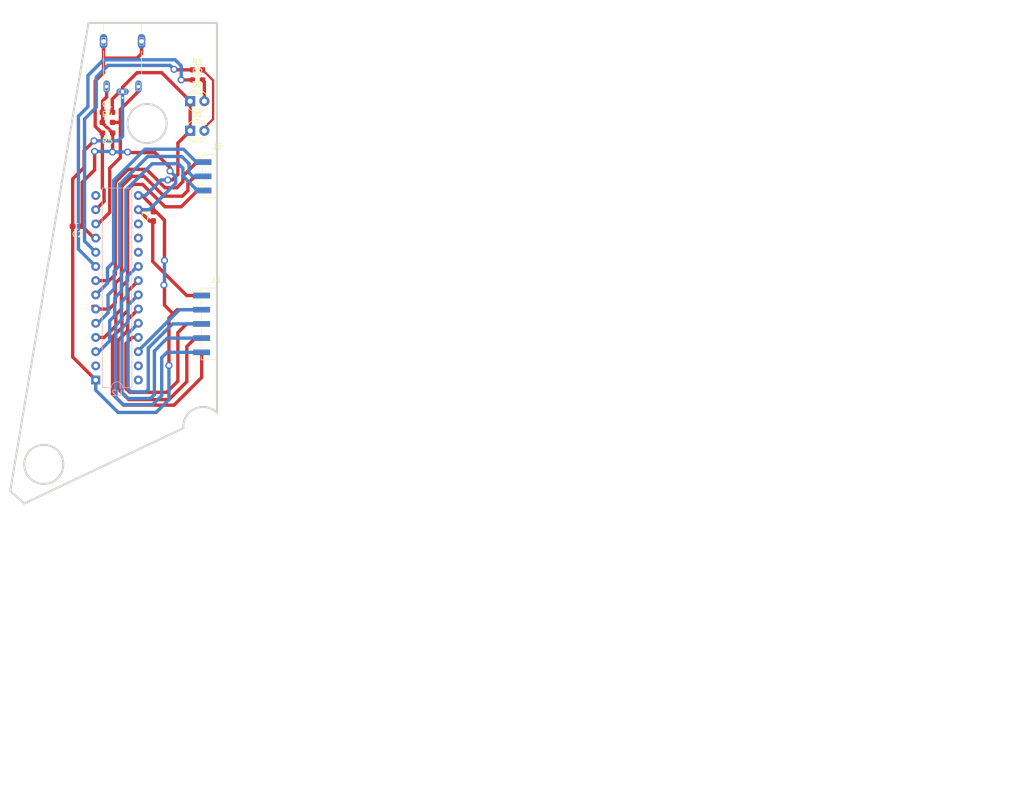
<source format=kicad_pcb>
(kicad_pcb (version 20171130) (host pcbnew 5.1.9)

  (general
    (thickness 1.6002)
    (drawings 32)
    (tracks 278)
    (zones 0)
    (modules 13)
    (nets 22)
  )

  (page A4)
  (layers
    (0 Front signal)
    (31 Back signal)
    (32 B.Adhes user)
    (33 F.Adhes user)
    (34 B.Paste user)
    (35 F.Paste user)
    (36 B.SilkS user)
    (37 F.SilkS user)
    (38 B.Mask user)
    (39 F.Mask user)
    (40 Dwgs.User user)
    (41 Cmts.User user)
    (42 Eco1.User user)
    (43 Eco2.User user)
    (44 Edge.Cuts user)
    (45 Margin user)
    (46 B.CrtYd user)
    (47 F.CrtYd user)
    (48 B.Fab user)
    (49 F.Fab user)
  )

  (setup
    (last_trace_width 0.6)
    (user_trace_width 0.03302)
    (user_trace_width 0.1524)
    (user_trace_width 0.2032)
    (user_trace_width 0.254)
    (user_trace_width 0.3048)
    (user_trace_width 0.4064)
    (user_trace_width 0.508)
    (user_trace_width 0.6096)
    (trace_clearance 0.3048)
    (zone_clearance 0.508)
    (zone_45_only yes)
    (trace_min 0.0254)
    (via_size 0.6096)
    (via_drill 0.508)
    (via_min_size 0.4064)
    (via_min_drill 0.2032)
    (user_via 0.6096 0.3048)
    (user_via 0.8128 0.508)
    (user_via 1.27 0.762)
    (user_via 1.651 0.9906)
    (uvia_size 0.508)
    (uvia_drill 0.127)
    (uvias_allowed no)
    (uvia_min_size 0.508)
    (uvia_min_drill 0.127)
    (edge_width 0.381)
    (segment_width 0.3048)
    (pcb_text_width 0.3048)
    (pcb_text_size 1.524 2.032)
    (mod_edge_width 0.6096)
    (mod_text_size 1.524 1.524)
    (mod_text_width 0.3048)
    (pad_size 0.8 0.8)
    (pad_drill 0.5)
    (pad_to_mask_clearance 0.2032)
    (aux_axis_origin 0 0)
    (grid_origin 151 43.75)
    (visible_elements 7FFFFF7F)
    (pcbplotparams
      (layerselection 0x01fff_ffffffff)
      (usegerberextensions true)
      (usegerberattributes true)
      (usegerberadvancedattributes true)
      (creategerberjobfile true)
      (excludeedgelayer true)
      (linewidth 0.150000)
      (plotframeref false)
      (viasonmask false)
      (mode 1)
      (useauxorigin false)
      (hpglpennumber 1)
      (hpglpenspeed 20)
      (hpglpendiameter 100.000000)
      (psnegative false)
      (psa4output false)
      (plotreference true)
      (plotvalue true)
      (plotinvisibletext false)
      (padsonsilk false)
      (subtractmaskfromsilk false)
      (outputformat 1)
      (mirror false)
      (drillshape 0)
      (scaleselection 1)
      (outputdirectory "gerber/"))
  )

  (net 0 "")
  (net 1 /LED_A)
  (net 2 /LED_B)
  (net 3 /ROW0)
  (net 4 /ROW1)
  (net 5 /ROW2)
  (net 6 /ROW3)
  (net 7 /ROW4)
  (net 8 /ROW5)
  (net 9 GND)
  (net 10 VCC)
  (net 11 "Net-(D1-Pad2)")
  (net 12 "Net-(D2-Pad2)")
  (net 13 /SCL)
  (net 14 /SDA)
  (net 15 /COL0_13)
  (net 16 /COL1_12)
  (net 17 /COL2_11)
  (net 18 /COL3_10)
  (net 19 /COL4_9)
  (net 20 /COL5_8)
  (net 21 /COL6_7)

  (net_class Default "This is the default net class."
    (clearance 0.3048)
    (trace_width 0.6)
    (via_dia 0.6096)
    (via_drill 0.508)
    (uvia_dia 0.508)
    (uvia_drill 0.127)
    (add_net /COL0_13)
    (add_net /COL1_12)
    (add_net /COL2_11)
    (add_net /COL3_10)
    (add_net /COL4_9)
    (add_net /COL5_8)
    (add_net /COL6_7)
    (add_net /LED_A)
    (add_net /LED_B)
    (add_net /LED_GPIO)
    (add_net /ROW0)
    (add_net /ROW1)
    (add_net /ROW2)
    (add_net /ROW3)
    (add_net /ROW4)
    (add_net /ROW5)
    (add_net /SCL)
    (add_net /SDA)
    (add_net GND)
    (add_net "Net-(D1-Pad2)")
    (add_net "Net-(D2-Pad2)")
    (add_net "Net-(U2-Pad14)")
    (add_net "Net-(U2-Pad17)")
    (add_net "Net-(U2-Pad18)")
    (add_net "Net-(U2-Pad19)")
    (add_net "Net-(U2-Pad27)")
    (add_net "Net-(U2-Pad28)")
    (add_net VCC)
  )

  (module Capacitor_SMD:C_0603_1608Metric_Pad1.08x0.95mm_HandSolder (layer Front) (tedit 5F68FEEF) (tstamp 60838914)
    (at 139.6 78.35 90)
    (descr "Capacitor SMD 0603 (1608 Metric), square (rectangular) end terminal, IPC_7351 nominal with elongated pad for handsoldering. (Body size source: IPC-SM-782 page 76, https://www.pcb-3d.com/wordpress/wp-content/uploads/ipc-sm-782a_amendment_1_and_2.pdf), generated with kicad-footprint-generator")
    (tags "capacitor handsolder")
    (path /608BB7C7)
    (attr smd)
    (fp_text reference C3 (at 0 -1.43 90) (layer F.SilkS)
      (effects (font (size 1 1) (thickness 0.15)))
    )
    (fp_text value 100n (at 0 1.43 90) (layer F.Fab)
      (effects (font (size 1 1) (thickness 0.15)))
    )
    (fp_text user %R (at 0 0 90) (layer F.Fab)
      (effects (font (size 0.4 0.4) (thickness 0.06)))
    )
    (fp_line (start -0.8 0.4) (end -0.8 -0.4) (layer F.Fab) (width 0.1))
    (fp_line (start -0.8 -0.4) (end 0.8 -0.4) (layer F.Fab) (width 0.1))
    (fp_line (start 0.8 -0.4) (end 0.8 0.4) (layer F.Fab) (width 0.1))
    (fp_line (start 0.8 0.4) (end -0.8 0.4) (layer F.Fab) (width 0.1))
    (fp_line (start -0.146267 -0.51) (end 0.146267 -0.51) (layer F.SilkS) (width 0.12))
    (fp_line (start -0.146267 0.51) (end 0.146267 0.51) (layer F.SilkS) (width 0.12))
    (fp_line (start -1.65 0.73) (end -1.65 -0.73) (layer F.CrtYd) (width 0.05))
    (fp_line (start -1.65 -0.73) (end 1.65 -0.73) (layer F.CrtYd) (width 0.05))
    (fp_line (start 1.65 -0.73) (end 1.65 0.73) (layer F.CrtYd) (width 0.05))
    (fp_line (start 1.65 0.73) (end -1.65 0.73) (layer F.CrtYd) (width 0.05))
    (pad 2 smd roundrect (at 0.8625 0 90) (size 1.075 0.95) (layers Front F.Paste F.Mask) (roundrect_rratio 0.25)
      (net 9 GND))
    (pad 1 smd roundrect (at -0.8625 0 90) (size 1.075 0.95) (layers Front F.Paste F.Mask) (roundrect_rratio 0.25)
      (net 10 VCC))
    (model ${KICAD6_3DMODEL_DIR}/Capacitor_SMD.3dshapes/C_0603_1608Metric.wrl
      (at (xyz 0 0 0))
      (scale (xyz 1 1 1))
      (rotate (xyz 0 0 0))
    )
  )

  (module Capacitor_SMD:C_0603_1608Metric_Pad1.08x0.95mm_HandSolder (layer Front) (tedit 5F68FEEF) (tstamp 60838235)
    (at 126.0375 80.15 180)
    (descr "Capacitor SMD 0603 (1608 Metric), square (rectangular) end terminal, IPC_7351 nominal with elongated pad for handsoldering. (Body size source: IPC-SM-782 page 76, https://www.pcb-3d.com/wordpress/wp-content/uploads/ipc-sm-782a_amendment_1_and_2.pdf), generated with kicad-footprint-generator")
    (tags "capacitor handsolder")
    (path /608B5DC6)
    (attr smd)
    (fp_text reference C2 (at 0 -1.43) (layer F.SilkS)
      (effects (font (size 1 1) (thickness 0.15)))
    )
    (fp_text value 100n (at 0 1.43) (layer F.Fab)
      (effects (font (size 1 1) (thickness 0.15)))
    )
    (fp_text user %R (at 0 0) (layer F.Fab)
      (effects (font (size 0.4 0.4) (thickness 0.06)))
    )
    (fp_line (start -0.8 0.4) (end -0.8 -0.4) (layer F.Fab) (width 0.1))
    (fp_line (start -0.8 -0.4) (end 0.8 -0.4) (layer F.Fab) (width 0.1))
    (fp_line (start 0.8 -0.4) (end 0.8 0.4) (layer F.Fab) (width 0.1))
    (fp_line (start 0.8 0.4) (end -0.8 0.4) (layer F.Fab) (width 0.1))
    (fp_line (start -0.146267 -0.51) (end 0.146267 -0.51) (layer F.SilkS) (width 0.12))
    (fp_line (start -0.146267 0.51) (end 0.146267 0.51) (layer F.SilkS) (width 0.12))
    (fp_line (start -1.65 0.73) (end -1.65 -0.73) (layer F.CrtYd) (width 0.05))
    (fp_line (start -1.65 -0.73) (end 1.65 -0.73) (layer F.CrtYd) (width 0.05))
    (fp_line (start 1.65 -0.73) (end 1.65 0.73) (layer F.CrtYd) (width 0.05))
    (fp_line (start 1.65 0.73) (end -1.65 0.73) (layer F.CrtYd) (width 0.05))
    (pad 2 smd roundrect (at 0.8625 0 180) (size 1.075 0.95) (layers Front F.Paste F.Mask) (roundrect_rratio 0.25)
      (net 9 GND))
    (pad 1 smd roundrect (at -0.8625 0 180) (size 1.075 0.95) (layers Front F.Paste F.Mask) (roundrect_rratio 0.25)
      (net 10 VCC))
    (model ${KICAD6_3DMODEL_DIR}/Capacitor_SMD.3dshapes/C_0603_1608Metric.wrl
      (at (xyz 0 0 0))
      (scale (xyz 1 1 1))
      (rotate (xyz 0 0 0))
    )
  )

  (module Capacitor_SMD:C_0603_1608Metric_Pad1.08x0.95mm_HandSolder (layer Front) (tedit 5F68FEEF) (tstamp 60838224)
    (at 131.4 59.75)
    (descr "Capacitor SMD 0603 (1608 Metric), square (rectangular) end terminal, IPC_7351 nominal with elongated pad for handsoldering. (Body size source: IPC-SM-782 page 76, https://www.pcb-3d.com/wordpress/wp-content/uploads/ipc-sm-782a_amendment_1_and_2.pdf), generated with kicad-footprint-generator")
    (tags "capacitor handsolder")
    (path /608ABDCB)
    (attr smd)
    (fp_text reference C1 (at 0 -1.43) (layer F.SilkS)
      (effects (font (size 1 1) (thickness 0.15)))
    )
    (fp_text value 100n (at 0 1.43) (layer F.Fab)
      (effects (font (size 1 1) (thickness 0.15)))
    )
    (fp_text user %R (at 0 0) (layer F.Fab)
      (effects (font (size 0.4 0.4) (thickness 0.06)))
    )
    (fp_line (start -0.8 0.4) (end -0.8 -0.4) (layer F.Fab) (width 0.1))
    (fp_line (start -0.8 -0.4) (end 0.8 -0.4) (layer F.Fab) (width 0.1))
    (fp_line (start 0.8 -0.4) (end 0.8 0.4) (layer F.Fab) (width 0.1))
    (fp_line (start 0.8 0.4) (end -0.8 0.4) (layer F.Fab) (width 0.1))
    (fp_line (start -0.146267 -0.51) (end 0.146267 -0.51) (layer F.SilkS) (width 0.12))
    (fp_line (start -0.146267 0.51) (end 0.146267 0.51) (layer F.SilkS) (width 0.12))
    (fp_line (start -1.65 0.73) (end -1.65 -0.73) (layer F.CrtYd) (width 0.05))
    (fp_line (start -1.65 -0.73) (end 1.65 -0.73) (layer F.CrtYd) (width 0.05))
    (fp_line (start 1.65 -0.73) (end 1.65 0.73) (layer F.CrtYd) (width 0.05))
    (fp_line (start 1.65 0.73) (end -1.65 0.73) (layer F.CrtYd) (width 0.05))
    (pad 2 smd roundrect (at 0.8625 0) (size 1.075 0.95) (layers Front F.Paste F.Mask) (roundrect_rratio 0.25)
      (net 9 GND))
    (pad 1 smd roundrect (at -0.8625 0) (size 1.075 0.95) (layers Front F.Paste F.Mask) (roundrect_rratio 0.25)
      (net 10 VCC))
    (model ${KICAD6_3DMODEL_DIR}/Capacitor_SMD.3dshapes/C_0603_1608Metric.wrl
      (at (xyz 0 0 0))
      (scale (xyz 1 1 1))
      (rotate (xyz 0 0 0))
    )
  )

  (module Package_DIP:DIP-28_W7.62mm (layer Back) (tedit 5A02E8C5) (tstamp 6081D48D)
    (at 129.3 107.65)
    (descr "28-lead though-hole mounted DIP package, row spacing 7.62 mm (300 mils)")
    (tags "THT DIP DIL PDIP 2.54mm 7.62mm 300mil")
    (path /60871D6B)
    (fp_text reference U2 (at 3.81 2.33) (layer B.SilkS)
      (effects (font (size 1 1) (thickness 0.15)) (justify mirror))
    )
    (fp_text value MCP23018 (at 3.81 -35.35) (layer B.Fab)
      (effects (font (size 1 1) (thickness 0.15)) (justify mirror))
    )
    (fp_line (start 8.7 1.55) (end -1.1 1.55) (layer B.CrtYd) (width 0.05))
    (fp_line (start 8.7 -34.55) (end 8.7 1.55) (layer B.CrtYd) (width 0.05))
    (fp_line (start -1.1 -34.55) (end 8.7 -34.55) (layer B.CrtYd) (width 0.05))
    (fp_line (start -1.1 1.55) (end -1.1 -34.55) (layer B.CrtYd) (width 0.05))
    (fp_line (start 6.46 1.33) (end 4.81 1.33) (layer B.SilkS) (width 0.12))
    (fp_line (start 6.46 -34.35) (end 6.46 1.33) (layer B.SilkS) (width 0.12))
    (fp_line (start 1.16 -34.35) (end 6.46 -34.35) (layer B.SilkS) (width 0.12))
    (fp_line (start 1.16 1.33) (end 1.16 -34.35) (layer B.SilkS) (width 0.12))
    (fp_line (start 2.81 1.33) (end 1.16 1.33) (layer B.SilkS) (width 0.12))
    (fp_line (start 0.635 0.27) (end 1.635 1.27) (layer B.Fab) (width 0.1))
    (fp_line (start 0.635 -34.29) (end 0.635 0.27) (layer B.Fab) (width 0.1))
    (fp_line (start 6.985 -34.29) (end 0.635 -34.29) (layer B.Fab) (width 0.1))
    (fp_line (start 6.985 1.27) (end 6.985 -34.29) (layer B.Fab) (width 0.1))
    (fp_line (start 1.635 1.27) (end 6.985 1.27) (layer B.Fab) (width 0.1))
    (fp_text user %R (at 3.81 -16.51) (layer B.Fab)
      (effects (font (size 1 1) (thickness 0.15)) (justify mirror))
    )
    (fp_arc (start 3.81 1.33) (end 2.81 1.33) (angle 180) (layer B.SilkS) (width 0.12))
    (pad 28 thru_hole oval (at 7.62 0) (size 1.6 1.6) (drill 0.8) (layers *.Cu *.Mask))
    (pad 14 thru_hole oval (at 0 -33.02) (size 1.6 1.6) (drill 0.8) (layers *.Cu *.Mask))
    (pad 27 thru_hole oval (at 7.62 -2.54) (size 1.6 1.6) (drill 0.8) (layers *.Cu *.Mask))
    (pad 13 thru_hole oval (at 0 -30.48) (size 1.6 1.6) (drill 0.8) (layers *.Cu *.Mask)
      (net 14 /SDA))
    (pad 26 thru_hole oval (at 7.62 -5.08) (size 1.6 1.6) (drill 0.8) (layers *.Cu *.Mask)
      (net 21 /COL6_7))
    (pad 12 thru_hole oval (at 0 -27.94) (size 1.6 1.6) (drill 0.8) (layers *.Cu *.Mask)
      (net 13 /SCL))
    (pad 25 thru_hole oval (at 7.62 -7.62) (size 1.6 1.6) (drill 0.8) (layers *.Cu *.Mask)
      (net 20 /COL5_8))
    (pad 11 thru_hole oval (at 0 -25.4) (size 1.6 1.6) (drill 0.8) (layers *.Cu *.Mask)
      (net 10 VCC))
    (pad 24 thru_hole oval (at 7.62 -10.16) (size 1.6 1.6) (drill 0.8) (layers *.Cu *.Mask)
      (net 19 /COL4_9))
    (pad 10 thru_hole oval (at 0 -22.86) (size 1.6 1.6) (drill 0.8) (layers *.Cu *.Mask)
      (net 1 /LED_A))
    (pad 23 thru_hole oval (at 7.62 -12.7) (size 1.6 1.6) (drill 0.8) (layers *.Cu *.Mask)
      (net 18 /COL3_10))
    (pad 9 thru_hole oval (at 0 -20.32) (size 1.6 1.6) (drill 0.8) (layers *.Cu *.Mask)
      (net 2 /LED_B))
    (pad 22 thru_hole oval (at 7.62 -15.24) (size 1.6 1.6) (drill 0.8) (layers *.Cu *.Mask)
      (net 17 /COL2_11))
    (pad 8 thru_hole oval (at 0 -17.78) (size 1.6 1.6) (drill 0.8) (layers *.Cu *.Mask)
      (net 3 /ROW0))
    (pad 21 thru_hole oval (at 7.62 -17.78) (size 1.6 1.6) (drill 0.8) (layers *.Cu *.Mask)
      (net 16 /COL1_12))
    (pad 7 thru_hole oval (at 0 -15.24) (size 1.6 1.6) (drill 0.8) (layers *.Cu *.Mask)
      (net 4 /ROW1))
    (pad 20 thru_hole oval (at 7.62 -20.32) (size 1.6 1.6) (drill 0.8) (layers *.Cu *.Mask)
      (net 15 /COL0_13))
    (pad 6 thru_hole oval (at 0 -12.7) (size 1.6 1.6) (drill 0.8) (layers *.Cu *.Mask)
      (net 5 /ROW2))
    (pad 19 thru_hole oval (at 7.62 -22.86) (size 1.6 1.6) (drill 0.8) (layers *.Cu *.Mask))
    (pad 5 thru_hole oval (at 0 -10.16) (size 1.6 1.6) (drill 0.8) (layers *.Cu *.Mask)
      (net 6 /ROW3))
    (pad 18 thru_hole oval (at 7.62 -25.4) (size 1.6 1.6) (drill 0.8) (layers *.Cu *.Mask))
    (pad 4 thru_hole oval (at 0 -7.62) (size 1.6 1.6) (drill 0.8) (layers *.Cu *.Mask)
      (net 7 /ROW4))
    (pad 17 thru_hole oval (at 7.62 -27.94) (size 1.6 1.6) (drill 0.8) (layers *.Cu *.Mask))
    (pad 3 thru_hole oval (at 0 -5.08) (size 1.6 1.6) (drill 0.8) (layers *.Cu *.Mask)
      (net 8 /ROW5))
    (pad 16 thru_hole oval (at 7.62 -30.48) (size 1.6 1.6) (drill 0.8) (layers *.Cu *.Mask)
      (net 10 VCC))
    (pad 2 thru_hole oval (at 0 -2.54) (size 1.6 1.6) (drill 0.8) (layers *.Cu *.Mask))
    (pad 15 thru_hole oval (at 7.62 -33.02) (size 1.6 1.6) (drill 0.8) (layers *.Cu *.Mask)
      (net 9 GND))
    (pad 1 thru_hole rect (at 0 0) (size 1.6 1.6) (drill 0.8) (layers *.Cu *.Mask)
      (net 9 GND))
    (model ${KICAD6_3DMODEL_DIR}/Package_DIP.3dshapes/DIP-28_W7.62mm.wrl
      (at (xyz 0 0 0))
      (scale (xyz 1 1 1))
      (rotate (xyz 0 0 0))
    )
  )

  (module ergodox:CLIFF_FC68125 (layer Front) (tedit 6081A0CA) (tstamp 6081A9BC)
    (at 134.1 52.65 180)
    (path /6083AAD6)
    (fp_text reference J1 (at -2.270558 -5.312389) (layer F.SilkS)
      (effects (font (size 0.640722 0.640722) (thickness 0.015)))
    )
    (fp_text value AudioJack4 (at 1.484108 12.601253) (layer F.Fab)
      (effects (font (size 0.64039 0.64039) (thickness 0.015)))
    )
    (fp_line (start -3.8 6.3) (end -3.8 5.6) (layer Edge.Cuts) (width 0.1))
    (fp_line (start -3 6.3) (end -3.8 6.3) (layer Edge.Cuts) (width 0.1))
    (fp_line (start -3 4.9) (end -3 6.3) (layer Edge.Cuts) (width 0.1))
    (fp_line (start -3.8 4.9) (end -3 4.9) (layer Edge.Cuts) (width 0.1))
    (fp_line (start -3.8 5.6) (end -3.8 4.9) (layer Edge.Cuts) (width 0.1))
    (fp_line (start 0.7 -3.1) (end 0 -3.1) (layer Edge.Cuts) (width 0.1))
    (fp_line (start 0.7 -3.7) (end 0.7 -3.1) (layer Edge.Cuts) (width 0.1))
    (fp_line (start -0.7 -3.7) (end 0.7 -3.7) (layer Edge.Cuts) (width 0.1))
    (fp_line (start -0.7 -3.1) (end -0.7 -3.7) (layer Edge.Cuts) (width 0.1))
    (fp_line (start 0 -3.1) (end -0.7 -3.1) (layer Edge.Cuts) (width 0.1))
    (fp_line (start 2.55 -1.8) (end 2.55 -2.5) (layer Edge.Cuts) (width 0.1))
    (fp_line (start 3.15 -1.8) (end 2.55 -1.8) (layer Edge.Cuts) (width 0.1))
    (fp_line (start 3.15 -3.2) (end 3.15 -1.8) (layer Edge.Cuts) (width 0.1))
    (fp_line (start 2.55 -3.2) (end 3.15 -3.2) (layer Edge.Cuts) (width 0.1))
    (fp_line (start 2.55 -2.5) (end 2.55 -3.2) (layer Edge.Cuts) (width 0.1))
    (fp_line (start -3.15 -1.8) (end -3.15 -2.5) (layer Edge.Cuts) (width 0.1))
    (fp_line (start -2.55 -1.8) (end -3.15 -1.8) (layer Edge.Cuts) (width 0.1))
    (fp_line (start -2.55 -3.2) (end -2.55 -1.8) (layer Edge.Cuts) (width 0.1))
    (fp_line (start -3.15 -3.2) (end -2.55 -3.2) (layer Edge.Cuts) (width 0.1))
    (fp_line (start -3.15 -2.5) (end -3.15 -3.2) (layer Edge.Cuts) (width 0.1))
    (fp_line (start 3 6.3) (end 3 5.6) (layer Edge.Cuts) (width 0.1))
    (fp_line (start 3.8 6.3) (end 3 6.3) (layer Edge.Cuts) (width 0.1))
    (fp_line (start 3.8 4.9) (end 3.8 6.3) (layer Edge.Cuts) (width 0.1))
    (fp_line (start 3 4.9) (end 3.8 4.9) (layer Edge.Cuts) (width 0.1))
    (fp_line (start 3 5.6) (end 3 4.9) (layer Edge.Cuts) (width 0.1))
    (fp_circle (center 0 -4.5) (end 0.1 -4.5) (layer F.Fab) (width 0.2))
    (fp_circle (center 0 -4.5) (end 0.1 -4.5) (layer F.SilkS) (width 0.2))
    (fp_line (start -3.7 11.8) (end -3.7 7.1) (layer F.CrtYd) (width 0.05))
    (fp_line (start 3.7 11.8) (end -3.7 11.8) (layer F.CrtYd) (width 0.05))
    (fp_line (start 3.7 7.1) (end 3.7 11.8) (layer F.CrtYd) (width 0.05))
    (fp_line (start 4.3 7.1) (end 3.7 7.1) (layer F.CrtYd) (width 0.05))
    (fp_line (start 4.3 -4.2) (end 4.3 7.1) (layer F.CrtYd) (width 0.05))
    (fp_line (start -4.3 -4.2) (end 4.3 -4.2) (layer F.CrtYd) (width 0.05))
    (fp_line (start -4.3 7.1) (end -4.3 -4.2) (layer F.CrtYd) (width 0.05))
    (fp_line (start -3.7 7.1) (end -4.3 7.1) (layer F.CrtYd) (width 0.05))
    (fp_line (start 1.57 -3.6) (end 2.14 -3.6) (layer F.SilkS) (width 0.127))
    (fp_line (start -2.14 -3.6) (end -1.47 -3.6) (layer F.SilkS) (width 0.127))
    (fp_line (start 3.4 -1.25) (end 3.4 3.9) (layer F.SilkS) (width 0.127))
    (fp_line (start 3.4 9) (end 3.4 7.3) (layer F.SilkS) (width 0.127))
    (fp_line (start -3.4 9) (end 3.4 9) (layer F.SilkS) (width 0.127))
    (fp_line (start -3.4 7.3) (end -3.4 9) (layer F.SilkS) (width 0.127))
    (fp_line (start -3.4 -1.25) (end -3.4 3.9) (layer F.SilkS) (width 0.127))
    (fp_line (start 3.1 11.5) (end 3.1 9) (layer F.Fab) (width 0.127))
    (fp_line (start -3.1 11.5) (end 3.1 11.5) (layer F.Fab) (width 0.127))
    (fp_line (start -3.1 9) (end -3.1 11.5) (layer F.Fab) (width 0.127))
    (fp_line (start -3.1 9) (end -3.4 9) (layer F.Fab) (width 0.127))
    (fp_line (start 3.1 9) (end -3.1 9) (layer F.Fab) (width 0.127))
    (fp_line (start 3.4 9) (end 3.1 9) (layer F.Fab) (width 0.127))
    (fp_line (start 3.4 -3.6) (end 3.4 9) (layer F.Fab) (width 0.127))
    (fp_line (start -3.4 -3.6) (end 3.4 -3.6) (layer F.Fab) (width 0.127))
    (fp_line (start -3.4 9) (end -3.4 -3.6) (layer F.Fab) (width 0.127))
    (pad R2 thru_hole oval (at 2.85 -2.5 180) (size 1.108 2.216) (drill 0.6) (layers *.Cu *.Mask)
      (net 10 VCC))
    (pad S thru_hole oval (at 0 -3.4 180) (size 2.216 1.108) (drill 0.6) (layers *.Cu *.Mask)
      (net 9 GND))
    (pad R1 thru_hole oval (at -2.85 -2.5 180) (size 1.108 2.216) (drill 0.6) (layers *.Cu *.Mask)
      (net 13 /SCL))
    (pad T thru_hole oval (at 3.4 5.6 180) (size 1.308 2.616) (drill 0.8) (layers *.Cu *.Mask)
      (net 14 /SDA))
    (pad None np_thru_hole circle (at 0 7 180) (size 1.1 1.1) (drill 1.1) (layers *.Cu *.Mask))
    (pad None np_thru_hole circle (at 0 0 180) (size 1.1 1.1) (drill 1.1) (layers *.Cu *.Mask))
    (pad T thru_hole oval (at -3.4 5.6 180) (size 1.308 2.616) (drill 0.8) (layers *.Cu *.Mask)
      (net 14 /SDA))
  )

  (module ergodox:ErgoCogs_sidecon_brain_bot locked (layer Front) (tedit 605A29C7) (tstamp 6058282B)
    (at 148.25 92.5)
    (path /605B04EB)
    (attr smd)
    (fp_text reference J6 (at 2.525 -2.74) (layer F.SilkS)
      (effects (font (size 1 1) (thickness 0.15)))
    )
    (fp_text value Conn_01x10 (at 4.35 13.485) (layer F.Fab)
      (effects (font (size 1 1) (thickness 0.15)))
    )
    (fp_line (start 11.325 8.025) (end 5.525 8.025) (layer F.Fab) (width 0.12))
    (fp_line (start 11.55 7.625) (end 11.55 7.475) (layer F.Fab) (width 0.12))
    (fp_line (start 11.55 7.8) (end 11.325 8.025) (layer F.Fab) (width 0.12))
    (fp_line (start 5.525 7.25) (end 5.525 5.475) (layer F.Fab) (width 0.12))
    (fp_line (start 11.325 7.25) (end 5.525 7.25) (layer F.Fab) (width 0.12))
    (fp_line (start 11.55 7.65) (end 11.55 7.8) (layer F.Fab) (width 0.12))
    (fp_line (start 11.55 7.475) (end 11.325 7.25) (layer F.Fab) (width 0.12))
    (fp_line (start 11.325 5.475) (end 5.525 5.475) (layer F.Fab) (width 0.12))
    (fp_line (start 11.55 5.075) (end 11.55 4.925) (layer F.Fab) (width 0.12))
    (fp_line (start 11.55 5.25) (end 11.325 5.475) (layer F.Fab) (width 0.12))
    (fp_line (start 5.525 4.7) (end 5.525 2.925) (layer F.Fab) (width 0.12))
    (fp_line (start 11.325 4.7) (end 5.525 4.7) (layer F.Fab) (width 0.12))
    (fp_line (start 11.55 5.1) (end 11.55 5.25) (layer F.Fab) (width 0.12))
    (fp_line (start 11.55 4.925) (end 11.325 4.7) (layer F.Fab) (width 0.12))
    (fp_line (start 5.525 9.85) (end 5.525 8.125) (layer F.Fab) (width 0.12))
    (fp_line (start 11.55 2.525) (end 11.55 2.375) (layer F.Fab) (width 0.12))
    (fp_line (start 11.55 10.25) (end 11.55 10.4) (layer F.Fab) (width 0.12))
    (fp_line (start 5.525 2.15) (end 5.525 0.375) (layer F.Fab) (width 0.12))
    (fp_line (start 11.55 10.4) (end 11.325 10.625) (layer F.Fab) (width 0.12))
    (fp_line (start 11.325 10.625) (end 5.525 10.625) (layer F.Fab) (width 0.12))
    (fp_line (start 5.525 -1.275) (end 3.3 -1.275) (layer F.Fab) (width 0.12))
    (fp_line (start 11.55 2.7) (end 11.325 2.925) (layer F.Fab) (width 0.12))
    (fp_line (start 11.325 2.15) (end 5.525 2.15) (layer F.Fab) (width 0.12))
    (fp_line (start 11.325 0.375) (end 5.525 0.375) (layer F.Fab) (width 0.12))
    (fp_line (start 11.55 0) (end 11.55 0.15) (layer F.Fab) (width 0.12))
    (fp_line (start 11.325 2.925) (end 5.525 2.925) (layer F.Fab) (width 0.12))
    (fp_line (start 5.525 10.625) (end 5.525 11.5) (layer F.Fab) (width 0.12))
    (fp_line (start 11.55 -0.025) (end 11.55 -0.175) (layer F.Fab) (width 0.12))
    (fp_line (start 11.325 9.85) (end 5.525 9.85) (layer F.Fab) (width 0.12))
    (fp_line (start 11.55 2.375) (end 11.325 2.15) (layer F.Fab) (width 0.12))
    (fp_line (start 5.525 -0.4) (end 5.525 -1.275) (layer F.Fab) (width 0.12))
    (fp_line (start 11.55 -0.175) (end 11.325 -0.4) (layer F.Fab) (width 0.12))
    (fp_line (start 11.55 10.075) (end 11.325 9.85) (layer F.Fab) (width 0.12))
    (fp_line (start 11.55 10.225) (end 11.55 10.075) (layer F.Fab) (width 0.12))
    (fp_line (start 11.55 0.15) (end 11.325 0.375) (layer F.Fab) (width 0.12))
    (fp_line (start 11.325 -0.4) (end 5.525 -0.4) (layer F.Fab) (width 0.12))
    (fp_line (start 11.55 2.55) (end 11.55 2.7) (layer F.Fab) (width 0.12))
    (fp_line (start 5.525 11.5) (end 3.3 11.5) (layer F.Fab) (width 0.12))
    (fp_line (start 2.525 -1.74) (end 2.525 12.054) (layer F.CrtYd) (width 0.05))
    (fp_line (start 2.525 -1.3) (end -0.075 -1.3) (layer F.SilkS) (width 0.12))
    (fp_line (start -0.075 -1.3) (end -0.075 -0.73) (layer F.SilkS) (width 0.12))
    (fp_line (start -0.075 0.79) (end -0.075 1.81) (layer F.SilkS) (width 0.12))
    (fp_line (start -0.075 3.33) (end -0.075 4.35) (layer F.SilkS) (width 0.12))
    (fp_line (start -0.075 5.87) (end -0.075 6.89) (layer F.SilkS) (width 0.12))
    (fp_line (start -0.075 8.41) (end -0.075 9.43) (layer F.SilkS) (width 0.12))
    (fp_line (start -0.075 10.95) (end -0.075 11.52) (layer F.SilkS) (width 0.12))
    (fp_line (start 2.525 11.51) (end -0.075 11.52) (layer F.SilkS) (width 0.12))
    (fp_line (start -0.075 -0.73) (end -1.435 -0.73) (layer F.SilkS) (width 0.12))
    (fp_line (start 2.525 -1.24) (end 0.985 -1.24) (layer F.Fab) (width 0.1))
    (fp_line (start 0.985 -1.24) (end -0.015 -0.24) (layer F.Fab) (width 0.1))
    (fp_line (start -0.015 -0.24) (end -0.015 11.46) (layer F.Fab) (width 0.1))
    (fp_line (start -0.015 11.46) (end 2.525 11.46) (layer F.Fab) (width 0.1))
    (fp_line (start -0.015 -0.29) (end -1.395 -0.29) (layer F.Fab) (width 0.1))
    (fp_line (start -1.395 -0.29) (end -1.395 0.35) (layer F.Fab) (width 0.1))
    (fp_line (start -1.395 0.35) (end -0.015 0.35) (layer F.Fab) (width 0.1))
    (fp_line (start -0.015 2.25) (end -1.395 2.25) (layer F.Fab) (width 0.1))
    (fp_line (start -1.395 2.25) (end -1.395 2.89) (layer F.Fab) (width 0.1))
    (fp_line (start -1.395 2.89) (end -0.015 2.89) (layer F.Fab) (width 0.1))
    (fp_line (start -0.015 4.79) (end -1.395 4.79) (layer F.Fab) (width 0.1))
    (fp_line (start -1.395 4.79) (end -1.395 5.43) (layer F.Fab) (width 0.1))
    (fp_line (start -1.395 5.43) (end -0.015 5.43) (layer F.Fab) (width 0.1))
    (fp_line (start -0.015 7.33) (end -1.395 7.33) (layer F.Fab) (width 0.1))
    (fp_line (start -1.395 7.33) (end -1.395 7.97) (layer F.Fab) (width 0.1))
    (fp_line (start -1.395 7.97) (end -0.015 7.97) (layer F.Fab) (width 0.1))
    (fp_line (start -0.015 9.87) (end -1.395 9.87) (layer F.Fab) (width 0.1))
    (fp_line (start -1.395 9.87) (end -1.395 10.51) (layer F.Fab) (width 0.1))
    (fp_line (start -1.395 10.51) (end -0.015 10.51) (layer F.Fab) (width 0.1))
    (fp_line (start 2.525 -1.74) (end -1.975 -1.74) (layer F.CrtYd) (width 0.05))
    (fp_line (start -1.975 -1.74) (end -1.975 12.054) (layer F.CrtYd) (width 0.05))
    (fp_line (start -1.975 12.054) (end 2.525 12.054) (layer F.CrtYd) (width 0.05))
    (fp_text user %R (at 2.525 7.904 90) (layer F.Fab)
      (effects (font (size 1 1) (thickness 0.15)))
    )
    (pad 10 smd rect (at 0.005 10.19 180) (size 3 1) (layers Back B.Paste B.Mask)
      (net 15 /COL0_13))
    (pad 9 smd rect (at 0.005 10.19) (size 3 1) (layers Front F.Paste F.Mask)
      (net 16 /COL1_12))
    (pad 8 smd rect (at 0.005 7.65 180) (size 3 1) (layers Back B.Paste B.Mask)
      (net 17 /COL2_11))
    (pad 7 smd rect (at 0.005 7.65) (size 3 1) (layers Front F.Paste F.Mask)
      (net 18 /COL3_10))
    (pad 6 smd rect (at 0.005 5.11 180) (size 3 1) (layers Back B.Paste B.Mask)
      (net 19 /COL4_9))
    (pad 5 smd rect (at 0.005 5.11) (size 3 1) (layers Front F.Paste F.Mask)
      (net 20 /COL5_8))
    (pad 4 smd rect (at 0.005 2.57 180) (size 3 1) (layers Back B.Paste B.Mask)
      (net 21 /COL6_7))
    (pad 3 smd rect (at 0.005 2.57) (size 3 1) (layers Front F.Paste F.Mask)
      (net 9 GND))
    (pad 2 smd rect (at 0.005 0.03 180) (size 3 1) (layers Back B.Paste B.Mask))
    (pad 1 smd rect (at 0.005 0.03) (size 3 1) (layers Front F.Paste F.Mask)
      (net 10 VCC))
    (model ${KISYS3DMOD}/Connector_PinHeader_2.54mm.3dshapes/PinHeader_2x05_P2.54mm_Vertical.step
      (offset (xyz 3 0 0.5))
      (scale (xyz 1 1 1))
      (rotate (xyz 0 -90 0))
    )
  )

  (module ergodox:ErgoCogs_sidecon_brain_top locked (layer Front) (tedit 605A2898) (tstamp 605827F7)
    (at 148.495 68.65)
    (path /605AF561)
    (attr smd)
    (fp_text reference J5 (at 2.525 -2.765) (layer F.SilkS)
      (effects (font (size 1 1) (thickness 0.15)))
    )
    (fp_text value Conn_01x06 (at -3.175 9.985) (layer F.Fab)
      (effects (font (size 1 1) (thickness 0.15)))
    )
    (fp_line (start 5.525 -1.275) (end 3.3 -1.275) (layer F.Fab) (width 0.12))
    (fp_line (start 11.55 5.2) (end 11.325 5.425) (layer F.Fab) (width 0.12))
    (fp_line (start 11.55 4.875) (end 11.325 4.65) (layer F.Fab) (width 0.12))
    (fp_line (start 5.525 4.65) (end 5.525 2.925) (layer F.Fab) (width 0.12))
    (fp_line (start 11.325 4.65) (end 5.525 4.65) (layer F.Fab) (width 0.12))
    (fp_line (start 11.325 5.425) (end 5.525 5.425) (layer F.Fab) (width 0.12))
    (fp_line (start 11.55 5.025) (end 11.55 4.875) (layer F.Fab) (width 0.12))
    (fp_line (start 11.55 5.05) (end 11.55 5.2) (layer F.Fab) (width 0.12))
    (fp_line (start 11.55 2.7) (end 11.325 2.925) (layer F.Fab) (width 0.12))
    (fp_line (start 11.55 2.375) (end 11.325 2.15) (layer F.Fab) (width 0.12))
    (fp_line (start 5.525 2.15) (end 5.525 0.375) (layer F.Fab) (width 0.12))
    (fp_line (start 11.325 2.15) (end 5.525 2.15) (layer F.Fab) (width 0.12))
    (fp_line (start 11.325 2.925) (end 5.525 2.925) (layer F.Fab) (width 0.12))
    (fp_line (start 11.55 2.525) (end 11.55 2.375) (layer F.Fab) (width 0.12))
    (fp_line (start 11.55 2.55) (end 11.55 2.7) (layer F.Fab) (width 0.12))
    (fp_line (start 11.55 -0.175) (end 11.325 -0.4) (layer F.Fab) (width 0.12))
    (fp_line (start 11.55 -0.025) (end 11.55 -0.175) (layer F.Fab) (width 0.12))
    (fp_line (start 5.525 -0.4) (end 5.525 -1.275) (layer F.Fab) (width 0.12))
    (fp_line (start 11.325 -0.4) (end 5.525 -0.4) (layer F.Fab) (width 0.12))
    (fp_line (start 11.325 0.375) (end 5.525 0.375) (layer F.Fab) (width 0.12))
    (fp_line (start 11.55 0.15) (end 11.325 0.375) (layer F.Fab) (width 0.12))
    (fp_line (start 11.55 0) (end 11.55 0.15) (layer F.Fab) (width 0.12))
    (fp_line (start 2.525 -1.765) (end 2.525 6.949) (layer F.CrtYd) (width 0.05))
    (fp_line (start 2.525 -1.325) (end -0.075 -1.325) (layer F.SilkS) (width 0.12))
    (fp_line (start -0.075 -1.325) (end -0.075 -0.755) (layer F.SilkS) (width 0.12))
    (fp_line (start -0.075 0.765) (end -0.075 1.785) (layer F.SilkS) (width 0.12))
    (fp_line (start -0.075 3.305) (end -0.075 4.325) (layer F.SilkS) (width 0.12))
    (fp_line (start -0.075 5.845) (end -0.075 6.415) (layer F.SilkS) (width 0.12))
    (fp_line (start 2.525 6.405) (end -0.075 6.415) (layer F.SilkS) (width 0.12))
    (fp_line (start -0.075 -0.755) (end -1.435 -0.755) (layer F.SilkS) (width 0.12))
    (fp_line (start 2.525 -1.265) (end 0.985 -1.265) (layer F.Fab) (width 0.1))
    (fp_line (start 0.985 -1.265) (end -0.015 -0.265) (layer F.Fab) (width 0.1))
    (fp_line (start -0.015 -0.265) (end -0.015 6.355) (layer F.Fab) (width 0.1))
    (fp_line (start -0.015 6.355) (end 2.525 6.355) (layer F.Fab) (width 0.1))
    (fp_line (start -0.015 -0.315) (end -1.395 -0.315) (layer F.Fab) (width 0.1))
    (fp_line (start -1.395 -0.315) (end -1.395 0.325) (layer F.Fab) (width 0.1))
    (fp_line (start -1.395 0.325) (end -0.015 0.325) (layer F.Fab) (width 0.1))
    (fp_line (start -0.015 2.225) (end -1.395 2.225) (layer F.Fab) (width 0.1))
    (fp_line (start -1.395 2.225) (end -1.395 2.865) (layer F.Fab) (width 0.1))
    (fp_line (start -1.395 2.865) (end -0.015 2.865) (layer F.Fab) (width 0.1))
    (fp_line (start -0.015 4.765) (end -1.395 4.765) (layer F.Fab) (width 0.1))
    (fp_line (start -1.395 4.765) (end -1.395 5.405) (layer F.Fab) (width 0.1))
    (fp_line (start -1.395 5.405) (end -0.015 5.405) (layer F.Fab) (width 0.1))
    (fp_line (start 2.525 -1.765) (end -1.975 -1.765) (layer F.CrtYd) (width 0.05))
    (fp_line (start -1.975 -1.765) (end -1.975 6.949) (layer F.CrtYd) (width 0.05))
    (fp_line (start -1.975 6.949) (end 2.525 6.949) (layer F.CrtYd) (width 0.05))
    (fp_line (start 5.525 6.3) (end 3.3 6.3) (layer F.Fab) (width 0.12))
    (fp_line (start 5.525 5.425) (end 5.525 6.3) (layer F.Fab) (width 0.12))
    (fp_text user %R (at 2.261 8.103 180) (layer F.Fab)
      (effects (font (size 1 1) (thickness 0.15)))
    )
    (pad 6 smd rect (at 0.005 5.085 180) (size 3 1) (layers Back B.Paste B.Mask)
      (net 8 /ROW5))
    (pad 5 smd rect (at 0.005 5.085) (size 3 1) (layers Front F.Paste F.Mask)
      (net 7 /ROW4))
    (pad 4 smd rect (at 0.005 2.545 180) (size 3 1) (layers Back B.Paste B.Mask)
      (net 6 /ROW3))
    (pad 3 smd rect (at 0.005 2.545) (size 3 1) (layers Front F.Paste F.Mask)
      (net 5 /ROW2))
    (pad 2 smd rect (at 0.005 0.005 180) (size 3 1) (layers Back B.Paste B.Mask)
      (net 4 /ROW1))
    (pad 1 smd rect (at 0.005 0.005) (size 3 1) (layers Front F.Paste F.Mask)
      (net 3 /ROW0))
    (model ${KISYS3DMOD}/Connector_PinHeader_2.54mm.3dshapes/PinHeader_2x03_P2.54mm_Vertical.step
      (offset (xyz 3 0 0.5))
      (scale (xyz 1 1 1))
      (rotate (xyz 0 -90 0))
    )
    (model "/home/critbit/Projects/hardware/kicad/ErgoDox/ErgoDOX pcb/matrixcogs/protoMxCog/protoMxCog.step"
      (offset (xyz -59.5 74 -1.5))
      (scale (xyz 1 1 1))
      (rotate (xyz 0 0 0))
    )
  )

  (module Resistor_SMD:R_0603_1608Metric_Pad0.98x0.95mm_HandSolder (layer Front) (tedit 5F68FEEE) (tstamp 60582880)
    (at 131.4 63.45 180)
    (descr "Resistor SMD 0603 (1608 Metric), square (rectangular) end terminal, IPC_7351 nominal with elongated pad for handsoldering. (Body size source: IPC-SM-782 page 72, https://www.pcb-3d.com/wordpress/wp-content/uploads/ipc-sm-782a_amendment_1_and_2.pdf), generated with kicad-footprint-generator")
    (tags "resistor handsolder")
    (path /605FF10C)
    (attr smd)
    (fp_text reference R5 (at 0 -1.43) (layer F.SilkS)
      (effects (font (size 1 1) (thickness 0.15)))
    )
    (fp_text value 4k7 (at 0 1.43) (layer F.Fab)
      (effects (font (size 1 1) (thickness 0.15)))
    )
    (fp_line (start -0.8 0.4125) (end -0.8 -0.4125) (layer F.Fab) (width 0.1))
    (fp_line (start -0.8 -0.4125) (end 0.8 -0.4125) (layer F.Fab) (width 0.1))
    (fp_line (start 0.8 -0.4125) (end 0.8 0.4125) (layer F.Fab) (width 0.1))
    (fp_line (start 0.8 0.4125) (end -0.8 0.4125) (layer F.Fab) (width 0.1))
    (fp_line (start -0.254724 -0.5225) (end 0.254724 -0.5225) (layer F.SilkS) (width 0.12))
    (fp_line (start -0.254724 0.5225) (end 0.254724 0.5225) (layer F.SilkS) (width 0.12))
    (fp_line (start -1.65 0.73) (end -1.65 -0.73) (layer F.CrtYd) (width 0.05))
    (fp_line (start -1.65 -0.73) (end 1.65 -0.73) (layer F.CrtYd) (width 0.05))
    (fp_line (start 1.65 -0.73) (end 1.65 0.73) (layer F.CrtYd) (width 0.05))
    (fp_line (start 1.65 0.73) (end -1.65 0.73) (layer F.CrtYd) (width 0.05))
    (fp_text user %R (at 0 0) (layer F.Fab)
      (effects (font (size 0.4 0.4) (thickness 0.06)))
    )
    (pad 2 smd roundrect (at 0.9125 0 180) (size 0.975 0.95) (layers Front F.Paste F.Mask) (roundrect_rratio 0.25)
      (net 14 /SDA))
    (pad 1 smd roundrect (at -0.9125 0 180) (size 0.975 0.95) (layers Front F.Paste F.Mask) (roundrect_rratio 0.25)
      (net 10 VCC))
    (model ${KICAD6_3DMODEL_DIR}/Resistor_SMD.3dshapes/R_0603_1608Metric.wrl
      (at (xyz 0 0 0))
      (scale (xyz 1 1 1))
      (rotate (xyz 0 0 0))
    )
  )

  (module Resistor_SMD:R_0603_1608Metric_Pad0.98x0.95mm_HandSolder (layer Front) (tedit 5F68FEEE) (tstamp 6058286F)
    (at 131.3875 61.55)
    (descr "Resistor SMD 0603 (1608 Metric), square (rectangular) end terminal, IPC_7351 nominal with elongated pad for handsoldering. (Body size source: IPC-SM-782 page 72, https://www.pcb-3d.com/wordpress/wp-content/uploads/ipc-sm-782a_amendment_1_and_2.pdf), generated with kicad-footprint-generator")
    (tags "resistor handsolder")
    (path /605FAFF2)
    (attr smd)
    (fp_text reference R4 (at 0 -1.43) (layer F.SilkS)
      (effects (font (size 1 1) (thickness 0.15)))
    )
    (fp_text value 4k7 (at 0 1.43) (layer F.Fab)
      (effects (font (size 1 1) (thickness 0.15)))
    )
    (fp_line (start -0.8 0.4125) (end -0.8 -0.4125) (layer F.Fab) (width 0.1))
    (fp_line (start -0.8 -0.4125) (end 0.8 -0.4125) (layer F.Fab) (width 0.1))
    (fp_line (start 0.8 -0.4125) (end 0.8 0.4125) (layer F.Fab) (width 0.1))
    (fp_line (start 0.8 0.4125) (end -0.8 0.4125) (layer F.Fab) (width 0.1))
    (fp_line (start -0.254724 -0.5225) (end 0.254724 -0.5225) (layer F.SilkS) (width 0.12))
    (fp_line (start -0.254724 0.5225) (end 0.254724 0.5225) (layer F.SilkS) (width 0.12))
    (fp_line (start -1.65 0.73) (end -1.65 -0.73) (layer F.CrtYd) (width 0.05))
    (fp_line (start -1.65 -0.73) (end 1.65 -0.73) (layer F.CrtYd) (width 0.05))
    (fp_line (start 1.65 -0.73) (end 1.65 0.73) (layer F.CrtYd) (width 0.05))
    (fp_line (start 1.65 0.73) (end -1.65 0.73) (layer F.CrtYd) (width 0.05))
    (fp_text user %R (at 0 0) (layer F.Fab)
      (effects (font (size 0.4 0.4) (thickness 0.06)))
    )
    (pad 2 smd roundrect (at 0.9125 0) (size 0.975 0.95) (layers Front F.Paste F.Mask) (roundrect_rratio 0.25)
      (net 13 /SCL))
    (pad 1 smd roundrect (at -0.9125 0) (size 0.975 0.95) (layers Front F.Paste F.Mask) (roundrect_rratio 0.25)
      (net 10 VCC))
    (model ${KICAD6_3DMODEL_DIR}/Resistor_SMD.3dshapes/R_0603_1608Metric.wrl
      (at (xyz 0 0 0))
      (scale (xyz 1 1 1))
      (rotate (xyz 0 0 0))
    )
  )

  (module Resistor_SMD:R_0603_1608Metric_Pad0.98x0.95mm_HandSolder (layer Front) (tedit 5F68FEEE) (tstamp 6058284D)
    (at 147.5 53.95)
    (descr "Resistor SMD 0603 (1608 Metric), square (rectangular) end terminal, IPC_7351 nominal with elongated pad for handsoldering. (Body size source: IPC-SM-782 page 72, https://www.pcb-3d.com/wordpress/wp-content/uploads/ipc-sm-782a_amendment_1_and_2.pdf), generated with kicad-footprint-generator")
    (tags "resistor handsolder")
    (path /6062E163)
    (attr smd)
    (fp_text reference R2 (at 0 -1.43) (layer F.SilkS)
      (effects (font (size 1 1) (thickness 0.15)))
    )
    (fp_text value 4k7 (at 0 1.43) (layer F.Fab)
      (effects (font (size 1 1) (thickness 0.15)))
    )
    (fp_line (start -0.8 0.4125) (end -0.8 -0.4125) (layer F.Fab) (width 0.1))
    (fp_line (start -0.8 -0.4125) (end 0.8 -0.4125) (layer F.Fab) (width 0.1))
    (fp_line (start 0.8 -0.4125) (end 0.8 0.4125) (layer F.Fab) (width 0.1))
    (fp_line (start 0.8 0.4125) (end -0.8 0.4125) (layer F.Fab) (width 0.1))
    (fp_line (start -0.254724 -0.5225) (end 0.254724 -0.5225) (layer F.SilkS) (width 0.12))
    (fp_line (start -0.254724 0.5225) (end 0.254724 0.5225) (layer F.SilkS) (width 0.12))
    (fp_line (start -1.65 0.73) (end -1.65 -0.73) (layer F.CrtYd) (width 0.05))
    (fp_line (start -1.65 -0.73) (end 1.65 -0.73) (layer F.CrtYd) (width 0.05))
    (fp_line (start 1.65 -0.73) (end 1.65 0.73) (layer F.CrtYd) (width 0.05))
    (fp_line (start 1.65 0.73) (end -1.65 0.73) (layer F.CrtYd) (width 0.05))
    (fp_text user %R (at 0 0) (layer F.Fab)
      (effects (font (size 0.4 0.4) (thickness 0.06)))
    )
    (pad 2 smd roundrect (at 0.9125 0) (size 0.975 0.95) (layers Front F.Paste F.Mask) (roundrect_rratio 0.25)
      (net 12 "Net-(D2-Pad2)"))
    (pad 1 smd roundrect (at -0.9125 0) (size 0.975 0.95) (layers Front F.Paste F.Mask) (roundrect_rratio 0.25)
      (net 2 /LED_B))
    (model ${KICAD6_3DMODEL_DIR}/Resistor_SMD.3dshapes/R_0603_1608Metric.wrl
      (at (xyz 0 0 0))
      (scale (xyz 1 1 1))
      (rotate (xyz 0 0 0))
    )
  )

  (module Resistor_SMD:R_0603_1608Metric_Pad0.98x0.95mm_HandSolder (layer Front) (tedit 5F68FEEE) (tstamp 6058283C)
    (at 147.5 52.15)
    (descr "Resistor SMD 0603 (1608 Metric), square (rectangular) end terminal, IPC_7351 nominal with elongated pad for handsoldering. (Body size source: IPC-SM-782 page 72, https://www.pcb-3d.com/wordpress/wp-content/uploads/ipc-sm-782a_amendment_1_and_2.pdf), generated with kicad-footprint-generator")
    (tags "resistor handsolder")
    (path /60629EB1)
    (attr smd)
    (fp_text reference R1 (at 0 -1.43) (layer F.SilkS)
      (effects (font (size 1 1) (thickness 0.15)))
    )
    (fp_text value 4k7 (at 0 1.43) (layer F.Fab)
      (effects (font (size 1 1) (thickness 0.15)))
    )
    (fp_line (start -0.8 0.4125) (end -0.8 -0.4125) (layer F.Fab) (width 0.1))
    (fp_line (start -0.8 -0.4125) (end 0.8 -0.4125) (layer F.Fab) (width 0.1))
    (fp_line (start 0.8 -0.4125) (end 0.8 0.4125) (layer F.Fab) (width 0.1))
    (fp_line (start 0.8 0.4125) (end -0.8 0.4125) (layer F.Fab) (width 0.1))
    (fp_line (start -0.254724 -0.5225) (end 0.254724 -0.5225) (layer F.SilkS) (width 0.12))
    (fp_line (start -0.254724 0.5225) (end 0.254724 0.5225) (layer F.SilkS) (width 0.12))
    (fp_line (start -1.65 0.73) (end -1.65 -0.73) (layer F.CrtYd) (width 0.05))
    (fp_line (start -1.65 -0.73) (end 1.65 -0.73) (layer F.CrtYd) (width 0.05))
    (fp_line (start 1.65 -0.73) (end 1.65 0.73) (layer F.CrtYd) (width 0.05))
    (fp_line (start 1.65 0.73) (end -1.65 0.73) (layer F.CrtYd) (width 0.05))
    (fp_text user %R (at 0 0) (layer F.Fab)
      (effects (font (size 0.4 0.4) (thickness 0.06)))
    )
    (pad 2 smd roundrect (at 0.9125 0) (size 0.975 0.95) (layers Front F.Paste F.Mask) (roundrect_rratio 0.25)
      (net 11 "Net-(D1-Pad2)"))
    (pad 1 smd roundrect (at -0.9125 0) (size 0.975 0.95) (layers Front F.Paste F.Mask) (roundrect_rratio 0.25)
      (net 1 /LED_A))
    (model ${KICAD6_3DMODEL_DIR}/Resistor_SMD.3dshapes/R_0603_1608Metric.wrl
      (at (xyz 0 0 0))
      (scale (xyz 1 1 1))
      (rotate (xyz 0 0 0))
    )
  )

  (module LED_THT:LED_D3.0mm_Clear (layer Front) (tedit 5A6C9BC0) (tstamp 6058276A)
    (at 146.2 57.75)
    (descr "IR-LED, diameter 3.0mm, 2 pins, color: clear")
    (tags "IR infrared LED diameter 3.0mm 2 pins clear")
    (path /606CA181)
    (fp_text reference D2 (at 1.27 -2.96) (layer F.SilkS)
      (effects (font (size 1 1) (thickness 0.15)))
    )
    (fp_text value LED (at 1.27 2.96) (layer F.Fab)
      (effects (font (size 1 1) (thickness 0.15)))
    )
    (fp_line (start -0.23 -1.16619) (end -0.23 1.16619) (layer F.Fab) (width 0.1))
    (fp_line (start -0.29 -1.236) (end -0.29 -1.08) (layer F.SilkS) (width 0.12))
    (fp_line (start -0.29 1.08) (end -0.29 1.236) (layer F.SilkS) (width 0.12))
    (fp_line (start -1.15 -2.25) (end -1.15 2.25) (layer F.CrtYd) (width 0.05))
    (fp_line (start -1.15 2.25) (end 3.7 2.25) (layer F.CrtYd) (width 0.05))
    (fp_line (start 3.7 2.25) (end 3.7 -2.25) (layer F.CrtYd) (width 0.05))
    (fp_line (start 3.7 -2.25) (end -1.15 -2.25) (layer F.CrtYd) (width 0.05))
    (fp_circle (center 1.27 0) (end 2.77 0) (layer F.Fab) (width 0.1))
    (fp_arc (start 1.27 0) (end 0.229039 1.08) (angle -87.9) (layer F.SilkS) (width 0.12))
    (fp_arc (start 1.27 0) (end 0.229039 -1.08) (angle 87.9) (layer F.SilkS) (width 0.12))
    (fp_arc (start 1.27 0) (end -0.29 1.235516) (angle -108.8) (layer F.SilkS) (width 0.12))
    (fp_arc (start 1.27 0) (end -0.29 -1.235516) (angle 108.8) (layer F.SilkS) (width 0.12))
    (fp_arc (start 1.27 0) (end -0.23 -1.16619) (angle 284.3) (layer F.Fab) (width 0.1))
    (fp_text user %R (at 1.47 0) (layer F.Fab)
      (effects (font (size 0.8 0.8) (thickness 0.12)))
    )
    (pad 2 thru_hole circle (at 2.54 0) (size 1.8 1.8) (drill 0.9) (layers *.Cu *.Mask)
      (net 12 "Net-(D2-Pad2)"))
    (pad 1 thru_hole rect (at 0 0) (size 1.8 1.8) (drill 0.9) (layers *.Cu *.Mask)
      (net 9 GND))
    (model ${KICAD6_3DMODEL_DIR}/LED_THT.3dshapes/LED_D3.0mm_Clear.wrl
      (at (xyz 0 0 0))
      (scale (xyz 1 1 1))
      (rotate (xyz 0 0 0))
    )
  )

  (module LED_THT:LED_D3.0mm_Clear (layer Front) (tedit 5A6C9BC0) (tstamp 60582756)
    (at 146.2 63.05)
    (descr "IR-LED, diameter 3.0mm, 2 pins, color: clear")
    (tags "IR infrared LED diameter 3.0mm 2 pins clear")
    (path /606C8CA7)
    (fp_text reference D1 (at 1.27 -2.96) (layer F.SilkS)
      (effects (font (size 1 1) (thickness 0.15)))
    )
    (fp_text value LED (at 1.27 2.96) (layer F.Fab)
      (effects (font (size 1 1) (thickness 0.15)))
    )
    (fp_line (start -0.23 -1.16619) (end -0.23 1.16619) (layer F.Fab) (width 0.1))
    (fp_line (start -0.29 -1.236) (end -0.29 -1.08) (layer F.SilkS) (width 0.12))
    (fp_line (start -0.29 1.08) (end -0.29 1.236) (layer F.SilkS) (width 0.12))
    (fp_line (start -1.15 -2.25) (end -1.15 2.25) (layer F.CrtYd) (width 0.05))
    (fp_line (start -1.15 2.25) (end 3.7 2.25) (layer F.CrtYd) (width 0.05))
    (fp_line (start 3.7 2.25) (end 3.7 -2.25) (layer F.CrtYd) (width 0.05))
    (fp_line (start 3.7 -2.25) (end -1.15 -2.25) (layer F.CrtYd) (width 0.05))
    (fp_circle (center 1.27 0) (end 2.77 0) (layer F.Fab) (width 0.1))
    (fp_arc (start 1.27 0) (end 0.229039 1.08) (angle -87.9) (layer F.SilkS) (width 0.12))
    (fp_arc (start 1.27 0) (end 0.229039 -1.08) (angle 87.9) (layer F.SilkS) (width 0.12))
    (fp_arc (start 1.27 0) (end -0.29 1.235516) (angle -108.8) (layer F.SilkS) (width 0.12))
    (fp_arc (start 1.27 0) (end -0.29 -1.235516) (angle 108.8) (layer F.SilkS) (width 0.12))
    (fp_arc (start 1.27 0) (end -0.23 -1.16619) (angle 284.3) (layer F.Fab) (width 0.1))
    (fp_text user %R (at 1.47 0) (layer F.Fab)
      (effects (font (size 0.8 0.8) (thickness 0.12)))
    )
    (pad 2 thru_hole circle (at 2.54 0) (size 1.8 1.8) (drill 0.9) (layers *.Cu *.Mask)
      (net 11 "Net-(D1-Pad2)"))
    (pad 1 thru_hole rect (at 0 0) (size 1.8 1.8) (drill 0.9) (layers *.Cu *.Mask)
      (net 9 GND))
    (model ${KICAD6_3DMODEL_DIR}/LED_THT.3dshapes/LED_D3.0mm_Clear.wrl
      (at (xyz 0 0 0))
      (scale (xyz 1 1 1))
      (rotate (xyz 0 0 0))
    )
  )

  (gr_line (start 161.3996 104.992) (end 154.8996 104.992) (layer Eco2.User) (width 0.4))
  (gr_line (start 151.8996 78.992) (end 151.8996 87.242) (layer Eco2.User) (width 0.4))
  (gr_line (start 151.8996 78.992) (end 154.8996 75.992) (layer Eco2.User) (width 0.4))
  (gr_line (start 151.8996 107.992) (end 151.8996 113.742) (layer Eco2.User) (width 0.4))
  (gr_line (start 134.0536 182.31) (end 138.2725 183.844) (layer Eco2.User) (width 0.4))
  (gr_line (start 151.8996 63.492) (end 154.8996 66.492) (layer Eco2.User) (width 0.4))
  (gr_line (start 113.9063 131.588) (end 112.3696 135.807) (layer Eco2.User) (width 0.4))
  (gr_line (start 295.2066 46.925) (end 292.0316 43.75) (layer Eco2.User) (width 0.4))
  (gr_line (start 285.6816 147.4) (end 295.2066 137.875) (layer Eco2.User) (width 0.4))
  (gr_line (start 161.3996 90.242) (end 161.3996 104.992) (layer Eco2.User) (width 0.4))
  (gr_line (start 161.3996 66.492) (end 161.3996 75.992) (layer Eco2.User) (width 0.4))
  (gr_line (start 151.8996 87.242) (end 154.8996 90.242) (layer Eco2.User) (width 0.4))
  (gr_line (start 138.2725 183.844) (end 216.4406 147.4) (layer Eco2.User) (width 0.4))
  (gr_line (start 154.8996 66.492) (end 161.3996 66.492) (layer Eco2.User) (width 0.4))
  (gr_line (start 151.8996 107.992) (end 154.8996 104.992) (layer Eco2.User) (width 0.4))
  (gr_line (start 112.3696 135.807) (end 134.0536 182.31) (layer Eco2.User) (width 0.4))
  (gr_line (start 151.8996 46.925) (end 151.8996 63.492) (layer Eco2.User) (width 0.4))
  (gr_line (start 151.8996 113.742) (end 113.9063 131.588) (layer Eco2.User) (width 0.4))
  (gr_line (start 161.3996 75.992) (end 154.8996 75.992) (layer Eco2.User) (width 0.4))
  (gr_line (start 295.2066 137.875) (end 295.2066 46.925) (layer Eco2.User) (width 0.4))
  (gr_line (start 154.8996 90.242) (end 161.3996 90.242) (layer Eco2.User) (width 0.4))
  (gr_line (start 216.4406 147.4) (end 285.6816 147.4) (layer Eco2.User) (width 0.4))
  (gr_line (start 292.0316 43.75) (end 155.1 43.75) (layer Eco2.User) (width 0.4))
  (gr_line (start 155.1 43.75) (end 151.8996 46.925) (layer Eco2.User) (width 0.4))
  (gr_circle (center 138.5 61.75) (end 142 61.75) (layer Edge.Cuts) (width 0.381) (tstamp 60635E9B))
  (gr_line (start 116.5 129.75) (end 114 127.5) (layer Edge.Cuts) (width 0.381) (tstamp 605AD78F))
  (gr_arc (start 148.5 116) (end 150.999999 113.500001) (angle -139.0856168) (layer Edge.Cuts) (width 0.381))
  (gr_circle (center 120 122.75) (end 123.5 122.75) (layer Edge.Cuts) (width 0.381))
  (gr_line (start 128 43.75) (end 114 127.5) (layer Edge.Cuts) (width 0.381) (tstamp 605AD0C2))
  (gr_line (start 151 43.75) (end 128 43.75) (layer Edge.Cuts) (width 0.381))
  (gr_line (start 144.973452 116.251896) (end 116.5 129.75) (layer Edge.Cuts) (width 0.381))
  (gr_line (start 151 43.75) (end 151 113.5) (layer Edge.Cuts) (width 0.381))

  (segment (start 143.4 52.15) (end 146.5875 52.15) (width 0.6) (layer Front) (net 1))
  (segment (start 143.3 52.05) (end 143.4 52.15) (width 0.6) (layer Front) (net 1))
  (via (at 143.3 52.05) (size 1.27) (drill 0.762) (layers Front Back) (net 1))
  (segment (start 127.3 82.79) (end 129.3 84.79) (width 0.6) (layer Back) (net 1))
  (segment (start 127.3 60.95) (end 127.3 82.79) (width 0.6) (layer Back) (net 1))
  (segment (start 129.4 58.85) (end 127.3 60.95) (width 0.6) (layer Back) (net 1))
  (segment (start 129.4 53.45) (end 129.4 58.85) (width 0.6) (layer Back) (net 1))
  (segment (start 131.5 51.35) (end 129.4 53.45) (width 0.6) (layer Back) (net 1))
  (segment (start 142.6 51.35) (end 131.5 51.35) (width 0.6) (layer Back) (net 1))
  (segment (start 143.3 52.05) (end 142.6 51.35) (width 0.6) (layer Back) (net 1))
  (via (at 144.6 53.95) (size 1.27) (drill 0.762) (layers Front Back) (net 2))
  (segment (start 146.5875 53.95) (end 144.6 53.95) (width 0.6) (layer Front) (net 2))
  (segment (start 126.2 84.23) (end 129.3 87.33) (width 0.6) (layer Back) (net 2))
  (segment (start 127.9 58.75) (end 126.2 60.45) (width 0.6) (layer Back) (net 2))
  (segment (start 127.9 53.15) (end 127.9 58.75) (width 0.6) (layer Back) (net 2))
  (segment (start 130.7 50.35) (end 127.9 53.15) (width 0.6) (layer Back) (net 2))
  (segment (start 143.5 50.35) (end 130.7 50.35) (width 0.6) (layer Back) (net 2))
  (segment (start 144.6 51.45) (end 143.5 50.35) (width 0.6) (layer Back) (net 2))
  (segment (start 126.2 60.45) (end 126.2 84.23) (width 0.6) (layer Back) (net 2))
  (segment (start 144.6 53.95) (end 144.6 51.45) (width 0.6) (layer Back) (net 2))
  (segment (start 147.395 68.655) (end 148.5 68.655) (width 0.6) (layer Front) (net 3))
  (segment (start 144.9 71.15) (end 147.395 68.655) (width 0.6) (layer Front) (net 3))
  (segment (start 144.9 72.15) (end 144.9 71.15) (width 0.6) (layer Front) (net 3))
  (segment (start 141.7 73.25) (end 143.8 73.25) (width 0.6) (layer Front) (net 3))
  (segment (start 143.8 73.25) (end 144.9 72.15) (width 0.6) (layer Front) (net 3))
  (segment (start 138.4 69.95) (end 141.7 73.25) (width 0.6) (layer Front) (net 3))
  (segment (start 135.1 69.95) (end 138.4 69.95) (width 0.6) (layer Front) (net 3))
  (segment (start 132.8 72.25) (end 135.1 69.95) (width 0.6) (layer Front) (net 3))
  (segment (start 132.8 88.75) (end 132.8 72.25) (width 0.6) (layer Front) (net 3))
  (segment (start 131.68 89.87) (end 132.8 88.75) (width 0.6) (layer Front) (net 3))
  (segment (start 129.3 89.87) (end 131.68 89.87) (width 0.6) (layer Front) (net 3))
  (segment (start 131.4 90.31) (end 129.3 92.41) (width 0.6) (layer Back) (net 4))
  (segment (start 131.4 87.65) (end 131.4 90.31) (width 0.6) (layer Back) (net 4))
  (segment (start 132.5 86.55) (end 131.4 87.65) (width 0.6) (layer Back) (net 4))
  (segment (start 132.5 71.95) (end 132.5 86.55) (width 0.6) (layer Back) (net 4))
  (segment (start 138.1 66.35) (end 132.5 71.95) (width 0.6) (layer Back) (net 4))
  (segment (start 145 66.35) (end 138.1 66.35) (width 0.6) (layer Back) (net 4))
  (segment (start 147.305 68.655) (end 145 66.35) (width 0.6) (layer Back) (net 4))
  (segment (start 148.5 68.655) (end 147.305 68.655) (width 0.6) (layer Back) (net 4))
  (segment (start 130.7 50.05) (end 130.7 47.05) (width 0.6) (layer Front) (net 14))
  (segment (start 130.7 50.05) (end 136.7 50.05) (width 0.6) (layer Front) (net 14))
  (segment (start 137.5 49.25) (end 137.5 47.05) (width 0.6) (layer Front) (net 14))
  (segment (start 136.7 50.05) (end 137.5 49.25) (width 0.6) (layer Front) (net 14))
  (segment (start 128.78 94.47) (end 129.42 94.47) (width 0.6) (layer Front) (net 5))
  (segment (start 145.8 73.75) (end 145.8 72.45) (width 0.6) (layer Front) (net 5))
  (segment (start 144.8 74.75) (end 145.8 73.75) (width 0.6) (layer Front) (net 5))
  (segment (start 141.5 74.75) (end 144.8 74.75) (width 0.6) (layer Front) (net 5))
  (segment (start 135.755 71.195) (end 137.945 71.195) (width 0.6) (layer Front) (net 5))
  (segment (start 145.8 72.45) (end 147.055 71.195) (width 0.6) (layer Front) (net 5))
  (segment (start 133.9 73.05) (end 135.755 71.195) (width 0.6) (layer Front) (net 5))
  (segment (start 137.945 71.195) (end 141.5 74.75) (width 0.6) (layer Front) (net 5))
  (segment (start 133.9 89.25) (end 133.9 73.05) (width 0.6) (layer Front) (net 5))
  (segment (start 147.055 71.195) (end 148.5 71.195) (width 0.6) (layer Front) (net 5))
  (segment (start 132.8 90.35) (end 133.9 89.25) (width 0.6) (layer Front) (net 5))
  (segment (start 132.8 93.85) (end 132.8 90.35) (width 0.6) (layer Front) (net 5))
  (segment (start 131.7 94.95) (end 132.8 93.85) (width 0.6) (layer Front) (net 5))
  (segment (start 129.3 94.95) (end 131.7 94.95) (width 0.6) (layer Front) (net 5))
  (segment (start 146.645 71.195) (end 148.5 71.195) (width 0.6) (layer Back) (net 6))
  (segment (start 146 68.95) (end 146 70.55) (width 0.6) (layer Back) (net 6))
  (segment (start 146 70.55) (end 146.645 71.195) (width 0.6) (layer Back) (net 6))
  (segment (start 138.6 67.65) (end 144.7 67.65) (width 0.6) (layer Back) (net 6))
  (segment (start 133.6 87.15) (end 133.6 72.65) (width 0.6) (layer Back) (net 6))
  (segment (start 133.6 72.65) (end 138.6 67.65) (width 0.6) (layer Back) (net 6))
  (segment (start 132.6 88.15) (end 133.6 87.15) (width 0.6) (layer Back) (net 6))
  (segment (start 132.6 91.35) (end 132.6 88.15) (width 0.6) (layer Back) (net 6))
  (segment (start 131.5 95.65) (end 131.5 92.45) (width 0.6) (layer Back) (net 6))
  (segment (start 144.7 67.65) (end 146 68.95) (width 0.6) (layer Back) (net 6))
  (segment (start 131.5 92.45) (end 132.6 91.35) (width 0.6) (layer Back) (net 6))
  (segment (start 129.66 97.49) (end 131.5 95.65) (width 0.6) (layer Back) (net 6))
  (segment (start 129.3 97.49) (end 129.66 97.49) (width 0.6) (layer Back) (net 6))
  (segment (start 133.9 90.95) (end 133.9 94.95) (width 0.6) (layer Front) (net 7))
  (segment (start 135 89.85) (end 133.9 90.95) (width 0.6) (layer Front) (net 7))
  (segment (start 135 73.65) (end 135 89.85) (width 0.6) (layer Front) (net 7))
  (segment (start 130.82 100.03) (end 129.3 100.03) (width 0.6) (layer Front) (net 7))
  (segment (start 132.9 97.95) (end 130.82 100.03) (width 0.6) (layer Front) (net 7))
  (segment (start 136 72.65) (end 135 73.65) (width 0.6) (layer Front) (net 7))
  (segment (start 137.7 72.65) (end 136 72.65) (width 0.6) (layer Front) (net 7))
  (segment (start 141.7 76.65) (end 137.7 72.65) (width 0.6) (layer Front) (net 7))
  (segment (start 144.6 76.65) (end 141.7 76.65) (width 0.6) (layer Front) (net 7))
  (segment (start 132.9 95.95) (end 132.9 97.95) (width 0.6) (layer Front) (net 7))
  (segment (start 133.9 94.95) (end 132.9 95.95) (width 0.6) (layer Front) (net 7))
  (segment (start 147.515 73.735) (end 144.6 76.65) (width 0.6) (layer Front) (net 7))
  (segment (start 148.5 73.735) (end 147.515 73.735) (width 0.6) (layer Front) (net 7))
  (segment (start 129.3 102.57) (end 129.58 102.57) (width 0.6) (layer Front) (net 8))
  (segment (start 147.485 73.735) (end 148.5 73.735) (width 0.6) (layer Back) (net 8))
  (segment (start 144.9 71.15) (end 147.485 73.735) (width 0.6) (layer Back) (net 8))
  (segment (start 129.3 102.57) (end 129.88 102.57) (width 0.6) (layer Back) (net 8))
  (segment (start 144.9 69.75) (end 144.9 71.15) (width 0.6) (layer Back) (net 8))
  (segment (start 129.88 102.57) (end 131.8 100.65) (width 0.6) (layer Back) (net 8))
  (segment (start 132.7 96.15) (end 132.7 92.95) (width 0.6) (layer Back) (net 8))
  (segment (start 131.8 100.65) (end 131.8 97.05) (width 0.6) (layer Back) (net 8))
  (segment (start 134.7 87.75) (end 134.7 73.65) (width 0.6) (layer Back) (net 8))
  (segment (start 131.8 97.05) (end 132.7 96.15) (width 0.6) (layer Back) (net 8))
  (segment (start 133.9 91.75) (end 133.9 88.55) (width 0.6) (layer Back) (net 8))
  (segment (start 144.1 68.95) (end 144.9 69.75) (width 0.6) (layer Back) (net 8))
  (segment (start 132.7 92.95) (end 133.9 91.75) (width 0.6) (layer Back) (net 8))
  (segment (start 133.9 88.55) (end 134.7 87.75) (width 0.6) (layer Back) (net 8))
  (segment (start 134.7 73.65) (end 139.4 68.95) (width 0.6) (layer Back) (net 8))
  (segment (start 139.4 68.95) (end 144.1 68.95) (width 0.6) (layer Back) (net 8))
  (segment (start 146.2 63.05) (end 146.2 57.75) (width 0.6) (layer Front) (net 9))
  (segment (start 134.1 56.05) (end 134.1 55.25) (width 0.6) (layer Front) (net 9))
  (segment (start 134.1 55.25) (end 136.7 52.65) (width 0.6) (layer Front) (net 9))
  (segment (start 141.1 52.65) (end 146.2 57.75) (width 0.6) (layer Front) (net 9))
  (segment (start 136.7 52.65) (end 141.1 52.65) (width 0.6) (layer Front) (net 9))
  (segment (start 148.255 95.07) (end 143.88 95.07) (width 0.6) (layer Front) (net 9))
  (via (at 142.4 105.05) (size 1.27) (drill 0.762) (layers Front Back) (net 9))
  (segment (start 142.4 96.55) (end 142.4 105.05) (width 0.6) (layer Front) (net 9))
  (segment (start 142.4 105.05) (end 142.4 111.15) (width 0.6) (layer Back) (net 9))
  (segment (start 142.4 111.15) (end 140.1 113.45) (width 0.6) (layer Back) (net 9))
  (segment (start 140.1 113.45) (end 133.3 113.45) (width 0.6) (layer Back) (net 9))
  (segment (start 129.3 109.45) (end 129.3 107.65) (width 0.6) (layer Back) (net 9))
  (segment (start 133.3 113.45) (end 129.3 109.45) (width 0.6) (layer Back) (net 9))
  (via (at 141.5 90.65) (size 1.27) (drill 0.762) (layers Front Back) (net 9))
  (segment (start 141.5 90.65) (end 141.6 90.75) (width 0.6) (layer Front) (net 9))
  (segment (start 141.6 94.25) (end 143.15 95.8) (width 0.6) (layer Front) (net 9))
  (segment (start 141.6 90.75) (end 141.6 94.25) (width 0.6) (layer Front) (net 9))
  (segment (start 143.15 95.8) (end 142.4 96.55) (width 0.6) (layer Front) (net 9))
  (segment (start 143.88 95.07) (end 143.15 95.8) (width 0.6) (layer Front) (net 9))
  (segment (start 138.22 74.63) (end 136.92 74.63) (width 0.6) (layer Back) (net 9))
  (segment (start 141 71.85) (end 138.22 74.63) (width 0.6) (layer Back) (net 9))
  (segment (start 142.2 71.85) (end 141 71.85) (width 0.6) (layer Back) (net 9))
  (via (at 142.2 71.85) (size 1.27) (drill 0.762) (layers Front Back) (net 9))
  (segment (start 144 65.25) (end 146.2 63.05) (width 0.6) (layer Front) (net 9))
  (segment (start 144 70.85) (end 144 65.25) (width 0.6) (layer Front) (net 9))
  (segment (start 143 71.85) (end 144 70.85) (width 0.6) (layer Front) (net 9))
  (segment (start 142.2 71.85) (end 143 71.85) (width 0.6) (layer Front) (net 9))
  (segment (start 136.92 74.63) (end 137.58 74.63) (width 0.6) (layer Front) (net 9))
  (segment (start 139.6 76.65) (end 139.55 76.6) (width 0.6) (layer Front) (net 9))
  (segment (start 139.6 77.4875) (end 139.6 76.65) (width 0.6) (layer Front) (net 9))
  (segment (start 137.58 74.63) (end 139.55 76.6) (width 0.6) (layer Front) (net 9))
  (segment (start 141.6 90.55) (end 141.5 90.65) (width 0.6) (layer Back) (net 9))
  (segment (start 141.6 86.25) (end 141.6 90.55) (width 0.6) (layer Back) (net 9))
  (via (at 141.6 86.25) (size 1.27) (drill 0.762) (layers Front Back) (net 9))
  (segment (start 140.0375 77.4875) (end 139.6 77.4875) (width 0.6) (layer Front) (net 9))
  (segment (start 141.6 79.05) (end 140.0375 77.4875) (width 0.6) (layer Front) (net 9))
  (segment (start 141.6 86.25) (end 141.6 79.05) (width 0.6) (layer Front) (net 9))
  (segment (start 125.175 103.525) (end 129.3 107.65) (width 0.6) (layer Front) (net 9))
  (segment (start 125.175 80.15) (end 125.175 103.525) (width 0.6) (layer Front) (net 9))
  (segment (start 125.175 71.675) (end 125.175 80.15) (width 0.6) (layer Front) (net 9))
  (segment (start 127.2 69.65) (end 125.175 71.675) (width 0.6) (layer Front) (net 9))
  (segment (start 127.2 66.65) (end 127.2 69.65) (width 0.6) (layer Front) (net 9))
  (segment (start 129 64.85) (end 127.2 66.65) (width 0.6) (layer Front) (net 9))
  (via (at 129 64.85) (size 1.27) (drill 0.762) (layers Front Back) (net 9))
  (segment (start 134.1 58.15) (end 134.1 56.05) (width 0.6) (layer Back) (net 9))
  (segment (start 134.1 64.05) (end 134.1 58.15) (width 0.6) (layer Back) (net 9))
  (segment (start 133.3 64.85) (end 134.1 64.05) (width 0.6) (layer Back) (net 9))
  (segment (start 129 64.85) (end 133.3 64.85) (width 0.6) (layer Back) (net 9))
  (segment (start 132.2625 57.3875) (end 133.6 56.05) (width 0.6) (layer Front) (net 9))
  (segment (start 133.6 56.05) (end 134.1 56.05) (width 0.6) (layer Front) (net 9))
  (segment (start 132.2625 59.75) (end 132.2625 57.3875) (width 0.6) (layer Front) (net 9))
  (segment (start 129.3 82.25) (end 129.9 82.25) (width 0.6) (layer Front) (net 10))
  (via (at 142.6 70.25) (size 1.27) (drill 0.762) (layers Front Back) (net 10))
  (segment (start 138.88 77.17) (end 136.92 77.17) (width 0.6) (layer Back) (net 10))
  (segment (start 143.6 72.45) (end 138.88 77.17) (width 0.6) (layer Back) (net 10))
  (segment (start 143.6 71.25) (end 143.6 72.45) (width 0.6) (layer Back) (net 10))
  (segment (start 142.6 70.25) (end 143.6 71.25) (width 0.6) (layer Back) (net 10))
  (segment (start 138.9625 79.2125) (end 136.92 77.17) (width 0.6) (layer Front) (net 10))
  (segment (start 139.6 79.2125) (end 138.9625 79.2125) (width 0.6) (layer Front) (net 10))
  (segment (start 138.22 77.17) (end 136.92 77.17) (width 0.6) (layer Front) (net 10))
  (segment (start 145.58 92.53) (end 139.5 86.45) (width 0.6) (layer Front) (net 10))
  (segment (start 148.255 92.53) (end 145.58 92.53) (width 0.6) (layer Front) (net 10))
  (segment (start 139.5 79.3125) (end 139.6 79.2125) (width 0.6) (layer Front) (net 10))
  (segment (start 139.5 86.45) (end 139.5 79.3125) (width 0.6) (layer Front) (net 10))
  (segment (start 129 82.25) (end 126.9 80.15) (width 0.6) (layer Front) (net 10))
  (segment (start 129.3 82.25) (end 129 82.25) (width 0.6) (layer Front) (net 10))
  (segment (start 139.9 66.95) (end 142.6 69.65) (width 0.6) (layer Front) (net 10))
  (segment (start 142.6 69.65) (end 142.6 70.25) (width 0.6) (layer Front) (net 10))
  (segment (start 135 66.85) (end 135.1 66.95) (width 0.6) (layer Front) (net 10))
  (segment (start 135.1 66.95) (end 139.9 66.95) (width 0.6) (layer Front) (net 10))
  (via (at 135 66.85) (size 1.27) (drill 0.762) (layers Front Back) (net 10))
  (segment (start 132.3 66.85) (end 135 66.85) (width 0.6) (layer Back) (net 10))
  (segment (start 132.2 66.75) (end 132.3 66.85) (width 0.6) (layer Back) (net 10))
  (segment (start 129.1 66.75) (end 132.2 66.75) (width 0.6) (layer Back) (net 10))
  (segment (start 126.9 72.25) (end 126.9 80.15) (width 0.6) (layer Front) (net 10))
  (segment (start 129.1 70.05) (end 126.9 72.25) (width 0.6) (layer Front) (net 10))
  (segment (start 129.1 66.75) (end 129.1 70.05) (width 0.6) (layer Front) (net 10))
  (via (at 129.1 66.75) (size 1.27) (drill 0.762) (layers Front Back) (net 10))
  (segment (start 130.5375 61.4875) (end 130.475 61.55) (width 0.6) (layer Front) (net 10))
  (segment (start 130.5375 59.75) (end 130.5375 61.4875) (width 0.6) (layer Front) (net 10))
  (segment (start 130.475 61.6125) (end 132.3125 63.45) (width 0.6) (layer Front) (net 10))
  (segment (start 130.475 61.55) (end 130.475 61.6125) (width 0.6) (layer Front) (net 10))
  (segment (start 130.5375 59.75) (end 130.5375 57.7125) (width 0.6) (layer Front) (net 10))
  (segment (start 131.25 57) (end 131.25 55.15) (width 0.6) (layer Front) (net 10))
  (segment (start 130.5375 57.7125) (end 131.25 57) (width 0.6) (layer Front) (net 10))
  (via (at 132.3 66.85) (size 1.27) (drill 0.762) (layers Front Back) (net 10))
  (segment (start 132.3125 66.8375) (end 132.3 66.85) (width 0.6) (layer Front) (net 10))
  (segment (start 132.3125 63.45) (end 132.3125 66.8375) (width 0.6) (layer Front) (net 10))
  (segment (start 148.74 63.05) (end 148.8 63.05) (width 0.6) (layer Front) (net 11))
  (segment (start 148.74 63.05) (end 148.74 62.51) (width 0.4064) (layer Front) (net 11))
  (segment (start 148.74 62.51) (end 150.3 60.95) (width 0.4064) (layer Front) (net 11))
  (segment (start 150.3 54.0375) (end 148.4125 52.15) (width 0.4064) (layer Front) (net 11))
  (segment (start 150.3 60.95) (end 150.3 54.0375) (width 0.4064) (layer Front) (net 11))
  (segment (start 148.74 54.2775) (end 148.4125 53.95) (width 0.6) (layer Front) (net 12))
  (segment (start 148.74 57.75) (end 148.74 54.2775) (width 0.6) (layer Front) (net 12))
  (segment (start 136.95 56) (end 136.95 55.15) (width 0.6) (layer Front) (net 13))
  (segment (start 133.7 59.25) (end 136.95 56) (width 0.6) (layer Front) (net 13))
  (segment (start 131.8 77.65) (end 131.8 69.75) (width 0.6) (layer Front) (net 13))
  (segment (start 131.8 69.75) (end 133.7 67.85) (width 0.6) (layer Front) (net 13))
  (segment (start 129.74 79.71) (end 131.8 77.65) (width 0.6) (layer Front) (net 13))
  (segment (start 129.3 79.71) (end 129.74 79.71) (width 0.6) (layer Front) (net 13))
  (segment (start 133.5 61.55) (end 133.7 61.35) (width 0.6) (layer Front) (net 13))
  (segment (start 132.3 61.55) (end 133.5 61.55) (width 0.6) (layer Front) (net 13))
  (segment (start 133.7 61.35) (end 133.7 59.25) (width 0.6) (layer Front) (net 13))
  (segment (start 133.7 67.85) (end 133.7 61.35) (width 0.6) (layer Front) (net 13))
  (segment (start 130.7 52.65) (end 130.7 50.05) (width 0.6) (layer Front) (net 14))
  (segment (start 129.2 54.15) (end 130.7 52.65) (width 0.6) (layer Front) (net 14))
  (segment (start 129.2 59.95) (end 129.2 54.15) (width 0.6) (layer Front) (net 14))
  (segment (start 130.4875 63.45) (end 130.4 63.45) (width 0.6) (layer Front) (net 14))
  (segment (start 129.2 62.25) (end 129.2 59.95) (width 0.6) (layer Front) (net 14))
  (segment (start 130.4 63.45) (end 129.2 62.25) (width 0.6) (layer Front) (net 14))
  (segment (start 130.8 75.67) (end 129.3 77.17) (width 0.6) (layer Front) (net 14))
  (segment (start 130.8 73.65) (end 130.8 75.67) (width 0.6) (layer Front) (net 14))
  (segment (start 130.4875 73.3375) (end 130.8 73.65) (width 0.6) (layer Front) (net 14))
  (segment (start 130.4875 63.45) (end 130.4875 73.3375) (width 0.6) (layer Front) (net 14))
  (segment (start 136.72 87.33) (end 136.92 87.33) (width 0.6) (layer Back) (net 15))
  (segment (start 134.9 89.15) (end 136.72 87.33) (width 0.6) (layer Back) (net 15))
  (segment (start 134.9 92.65) (end 134.9 89.15) (width 0.6) (layer Back) (net 15))
  (segment (start 133.9 93.65) (end 134.9 92.65) (width 0.6) (layer Back) (net 15))
  (segment (start 133.9 96.85) (end 133.9 93.65) (width 0.6) (layer Back) (net 15))
  (segment (start 132.9 97.85) (end 133.9 96.85) (width 0.6) (layer Back) (net 15))
  (segment (start 132.9 110.75) (end 132.9 97.85) (width 0.6) (layer Back) (net 15))
  (segment (start 134.2 112.05) (end 132.9 110.75) (width 0.6) (layer Back) (net 15))
  (segment (start 141.1 110.45) (end 139.5 112.05) (width 0.6) (layer Back) (net 15))
  (segment (start 141.1 103.65) (end 141.1 110.45) (width 0.6) (layer Back) (net 15))
  (segment (start 142.06 102.69) (end 141.1 103.65) (width 0.6) (layer Back) (net 15))
  (segment (start 139.5 112.05) (end 134.2 112.05) (width 0.6) (layer Back) (net 15))
  (segment (start 148.255 102.69) (end 142.06 102.69) (width 0.6) (layer Back) (net 15))
  (segment (start 135.07 91.72) (end 136.92 89.87) (width 0.6) (layer Front) (net 16))
  (segment (start 135.07 95.18) (end 135.07 91.72) (width 0.6) (layer Front) (net 16))
  (segment (start 134 98.25) (end 134 96.25) (width 0.6) (layer Front) (net 16))
  (segment (start 132.4 99.85) (end 134 98.25) (width 0.6) (layer Front) (net 16))
  (segment (start 132.3 110.15) (end 132.3 99.85) (width 0.6) (layer Front) (net 16))
  (segment (start 134 96.25) (end 135.07 95.18) (width 0.6) (layer Front) (net 16))
  (segment (start 134.3 112.15) (end 132.3 110.15) (width 0.6) (layer Front) (net 16))
  (segment (start 143.3 112.15) (end 134.3 112.15) (width 0.6) (layer Front) (net 16))
  (segment (start 148.255 107.195) (end 143.3 112.15) (width 0.6) (layer Front) (net 16))
  (segment (start 132.3 99.85) (end 132.4 99.85) (width 0.6) (layer Front) (net 16))
  (segment (start 148.255 102.69) (end 148.255 107.195) (width 0.6) (layer Front) (net 16))
  (segment (start 135.09 94.24) (end 136.92 92.41) (width 0.6) (layer Back) (net 17))
  (segment (start 135.09 97.26) (end 135.09 94.24) (width 0.6) (layer Back) (net 17))
  (segment (start 134 98.35) (end 135.09 97.26) (width 0.6) (layer Back) (net 17))
  (segment (start 134 109.85) (end 134 98.35) (width 0.6) (layer Back) (net 17))
  (segment (start 135.1 110.95) (end 134 109.85) (width 0.6) (layer Back) (net 17))
  (segment (start 139.1 110.95) (end 135.1 110.95) (width 0.6) (layer Back) (net 17))
  (segment (start 139.8 110.25) (end 139.1 110.95) (width 0.6) (layer Back) (net 17))
  (segment (start 139.8 102.45) (end 139.8 110.25) (width 0.6) (layer Back) (net 17))
  (segment (start 142.1 100.15) (end 139.8 102.45) (width 0.6) (layer Back) (net 17))
  (segment (start 148.255 100.15) (end 142.1 100.15) (width 0.6) (layer Back) (net 17))
  (segment (start 135.01 96.86) (end 136.92 94.95) (width 0.6) (layer Front) (net 18))
  (segment (start 133.3 100.55) (end 135.01 98.84) (width 0.6) (layer Front) (net 18))
  (segment (start 142.4 111.15) (end 135.2 111.15) (width 0.6) (layer Front) (net 18))
  (segment (start 133.3 109.25) (end 133.3 100.55) (width 0.6) (layer Front) (net 18))
  (segment (start 135.2 111.15) (end 133.3 109.25) (width 0.6) (layer Front) (net 18))
  (segment (start 145.6 107.95) (end 142.4 111.15) (width 0.6) (layer Front) (net 18))
  (segment (start 145.6 101.65) (end 145.6 107.95) (width 0.6) (layer Front) (net 18))
  (segment (start 147.1 100.15) (end 145.6 101.65) (width 0.6) (layer Front) (net 18))
  (segment (start 135.01 98.84) (end 135.01 96.86) (width 0.6) (layer Front) (net 18))
  (segment (start 148.255 100.15) (end 147.1 100.15) (width 0.6) (layer Front) (net 18))
  (segment (start 135.1 99.31) (end 136.92 97.49) (width 0.6) (layer Back) (net 19))
  (segment (start 135.1 109.25) (end 135.1 99.31) (width 0.6) (layer Back) (net 19))
  (segment (start 135.6 109.75) (end 135.1 109.25) (width 0.6) (layer Back) (net 19))
  (segment (start 138.3 109.75) (end 135.6 109.75) (width 0.6) (layer Back) (net 19))
  (segment (start 138.7 101.95) (end 138.7 109.35) (width 0.6) (layer Back) (net 19))
  (segment (start 143.04 97.61) (end 138.7 101.95) (width 0.6) (layer Back) (net 19))
  (segment (start 138.7 109.35) (end 138.3 109.75) (width 0.6) (layer Back) (net 19))
  (segment (start 148.255 97.61) (end 143.04 97.61) (width 0.6) (layer Back) (net 19))
  (segment (start 145.56 97.61) (end 148.255 97.61) (width 0.6) (layer Front) (net 20))
  (segment (start 144 107.85) (end 144 99.17) (width 0.6) (layer Front) (net 20))
  (segment (start 142 109.85) (end 144 107.85) (width 0.6) (layer Front) (net 20))
  (segment (start 135.4 109.85) (end 142 109.85) (width 0.6) (layer Front) (net 20))
  (segment (start 144 99.17) (end 145.56 97.61) (width 0.6) (layer Front) (net 20))
  (segment (start 134.7 109.15) (end 135.4 109.85) (width 0.6) (layer Front) (net 20))
  (segment (start 134.7 101.15) (end 134.7 109.15) (width 0.6) (layer Front) (net 20))
  (segment (start 135.82 100.03) (end 134.7 101.15) (width 0.6) (layer Front) (net 20))
  (segment (start 136.92 100.03) (end 135.82 100.03) (width 0.6) (layer Front) (net 20))
  (segment (start 148.255 95.07) (end 144.28 95.07) (width 0.6) (layer Back) (net 21))
  (segment (start 136.92 102.43) (end 136.92 102.57) (width 0.6) (layer Back) (net 21))
  (segment (start 144.28 95.07) (end 136.92 102.43) (width 0.6) (layer Back) (net 21))

)

</source>
